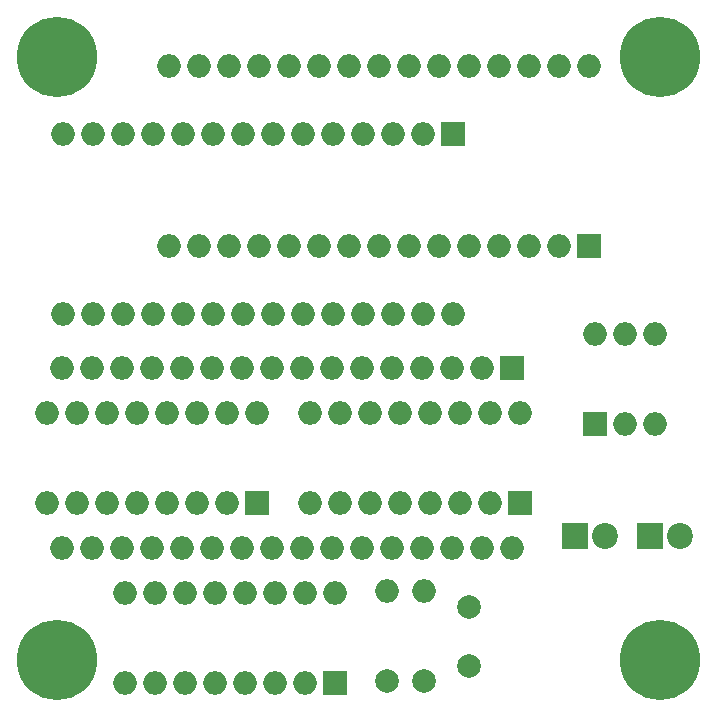
<source format=gbr>
G04 #@! TF.GenerationSoftware,KiCad,Pcbnew,(5.0.0-rc2-dev-720-g9704891c8)*
G04 #@! TF.CreationDate,2018-05-14T16:41:22+09:00*
G04 #@! TF.ProjectId,eeprom_programmer,656570726F6D5F70726F6772616D6D65,rev?*
G04 #@! TF.SameCoordinates,Original*
G04 #@! TF.FileFunction,Soldermask,Top*
G04 #@! TF.FilePolarity,Negative*
%FSLAX46Y46*%
G04 Gerber Fmt 4.6, Leading zero omitted, Abs format (unit mm)*
G04 Created by KiCad (PCBNEW (5.0.0-rc2-dev-720-g9704891c8)) date 05/14/18 16:41:22*
%MOMM*%
%LPD*%
G01*
G04 APERTURE LIST*
%ADD10C,2.000000*%
%ADD11O,2.000000X2.000000*%
%ADD12R,2.000000X2.000000*%
%ADD13R,2.200000X2.200000*%
%ADD14C,2.200000*%
%ADD15C,6.800000*%
G04 APERTURE END LIST*
D10*
X109370000Y-71025000D03*
X109370000Y-76025000D03*
D11*
X98000000Y-69880000D03*
X80220000Y-77500000D03*
X95460000Y-69880000D03*
X82760000Y-77500000D03*
X92920000Y-69880000D03*
X85300000Y-77500000D03*
X90380000Y-69880000D03*
X87840000Y-77500000D03*
X87840000Y-69880000D03*
X90380000Y-77500000D03*
X85300000Y-69880000D03*
X92920000Y-77500000D03*
X82760000Y-69880000D03*
X95460000Y-77500000D03*
X80220000Y-69880000D03*
D12*
X98000000Y-77500000D03*
D13*
X118315000Y-64985000D03*
D14*
X120855000Y-64985000D03*
D12*
X113030000Y-50760000D03*
D11*
X74930000Y-66000000D03*
X110490000Y-50760000D03*
X77470000Y-66000000D03*
X107950000Y-50760000D03*
X80010000Y-66000000D03*
X105410000Y-50760000D03*
X82550000Y-66000000D03*
X102870000Y-50760000D03*
X85090000Y-66000000D03*
X100330000Y-50760000D03*
X87630000Y-66000000D03*
X97790000Y-50760000D03*
X90170000Y-66000000D03*
X95250000Y-50760000D03*
X92710000Y-66000000D03*
X92710000Y-50760000D03*
X95250000Y-66000000D03*
X90170000Y-50760000D03*
X97790000Y-66000000D03*
X87630000Y-50760000D03*
X100330000Y-66000000D03*
X85090000Y-50760000D03*
X102870000Y-66000000D03*
X82550000Y-50760000D03*
X105410000Y-66000000D03*
X80010000Y-50760000D03*
X107950000Y-66000000D03*
X77470000Y-50760000D03*
X110490000Y-66000000D03*
X74930000Y-50760000D03*
X113030000Y-66000000D03*
X105560000Y-69675000D03*
D10*
X105560000Y-77295000D03*
D14*
X127205000Y-64985000D03*
D13*
X124665000Y-64985000D03*
D12*
X91440000Y-62190000D03*
D11*
X73660000Y-54570000D03*
X88900000Y-62190000D03*
X76200000Y-54570000D03*
X86360000Y-62190000D03*
X78740000Y-54570000D03*
X83820000Y-62190000D03*
X81280000Y-54570000D03*
X81280000Y-62190000D03*
X83820000Y-54570000D03*
X78740000Y-62190000D03*
X86360000Y-54570000D03*
X76200000Y-62190000D03*
X88900000Y-54570000D03*
X73660000Y-62190000D03*
X91440000Y-54570000D03*
X102385000Y-69675000D03*
D10*
X102385000Y-77295000D03*
D12*
X119500000Y-40500000D03*
D11*
X86480000Y-25260000D03*
X116960000Y-40500000D03*
X89020000Y-25260000D03*
X114420000Y-40500000D03*
X91560000Y-25260000D03*
X111880000Y-40500000D03*
X94100000Y-25260000D03*
X109340000Y-40500000D03*
X96640000Y-25260000D03*
X106800000Y-40500000D03*
X99180000Y-25260000D03*
X104260000Y-40500000D03*
X101720000Y-25260000D03*
X101720000Y-40500000D03*
X104260000Y-25260000D03*
X99180000Y-40500000D03*
X106800000Y-25260000D03*
X96640000Y-40500000D03*
X109340000Y-25260000D03*
X94100000Y-40500000D03*
X111880000Y-25260000D03*
X91560000Y-40500000D03*
X114420000Y-25260000D03*
X89020000Y-40500000D03*
X116960000Y-25260000D03*
X86480000Y-40500000D03*
X119500000Y-25260000D03*
X83940000Y-40500000D03*
X83940000Y-25260000D03*
X113665000Y-54570000D03*
X95885000Y-62190000D03*
X111125000Y-54570000D03*
X98425000Y-62190000D03*
X108585000Y-54570000D03*
X100965000Y-62190000D03*
X106045000Y-54570000D03*
X103505000Y-62190000D03*
X103505000Y-54570000D03*
X106045000Y-62190000D03*
X100965000Y-54570000D03*
X108585000Y-62190000D03*
X98425000Y-54570000D03*
X111125000Y-62190000D03*
X95885000Y-54570000D03*
D12*
X113665000Y-62190000D03*
X120000000Y-55500000D03*
D11*
X125080000Y-47880000D03*
X122540000Y-55500000D03*
X122540000Y-47880000D03*
X125080000Y-55500000D03*
X120000000Y-47880000D03*
D15*
X125500000Y-24500000D03*
X74500000Y-24500000D03*
X74500000Y-75500000D03*
X125500000Y-75500000D03*
D12*
X108000000Y-31000000D03*
D11*
X74980000Y-46240000D03*
X105460000Y-31000000D03*
X77520000Y-46240000D03*
X102920000Y-31000000D03*
X80060000Y-46240000D03*
X100380000Y-31000000D03*
X82600000Y-46240000D03*
X97840000Y-31000000D03*
X85140000Y-46240000D03*
X95300000Y-31000000D03*
X87680000Y-46240000D03*
X92760000Y-31000000D03*
X90220000Y-46240000D03*
X90220000Y-31000000D03*
X92760000Y-46240000D03*
X87680000Y-31000000D03*
X95300000Y-46240000D03*
X85140000Y-31000000D03*
X97840000Y-46240000D03*
X82600000Y-31000000D03*
X100380000Y-46240000D03*
X80060000Y-31000000D03*
X102920000Y-46240000D03*
X77520000Y-31000000D03*
X105460000Y-46240000D03*
X74980000Y-31000000D03*
X108000000Y-46240000D03*
M02*

</source>
